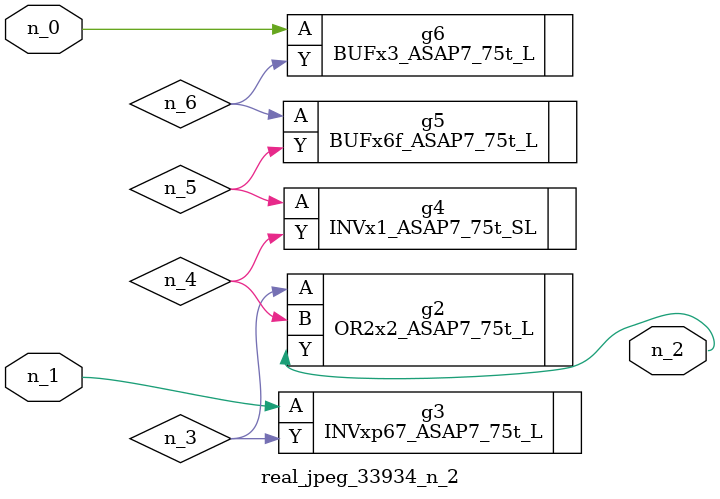
<source format=v>
module real_jpeg_33934_n_2 (n_1, n_0, n_2);

input n_1;
input n_0;

output n_2;

wire n_5;
wire n_4;
wire n_6;
wire n_3;

BUFx3_ASAP7_75t_L g6 ( 
.A(n_0),
.Y(n_6)
);

INVxp67_ASAP7_75t_L g3 ( 
.A(n_1),
.Y(n_3)
);

OR2x2_ASAP7_75t_L g2 ( 
.A(n_3),
.B(n_4),
.Y(n_2)
);

INVx1_ASAP7_75t_SL g4 ( 
.A(n_5),
.Y(n_4)
);

BUFx6f_ASAP7_75t_L g5 ( 
.A(n_6),
.Y(n_5)
);


endmodule
</source>
